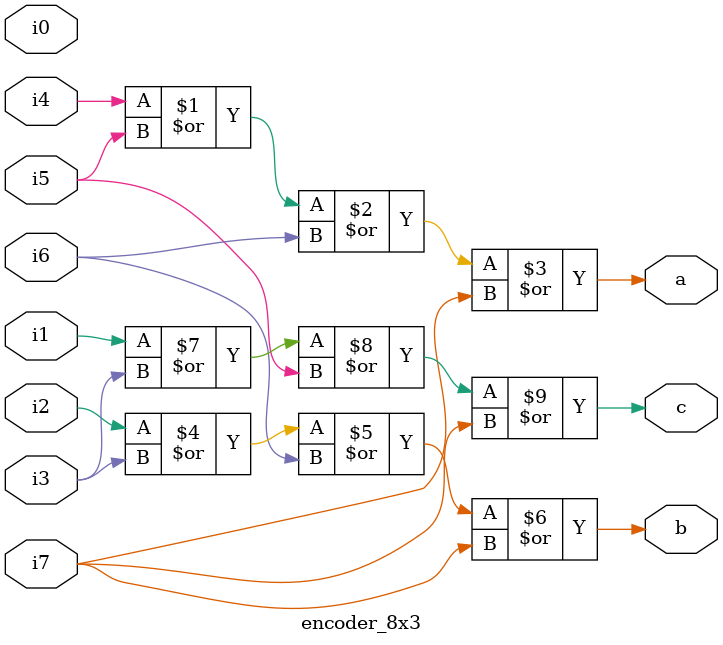
<source format=v>
`timescale 1ns / 1ps


module encoder_8x3(a,b,c,i0,i1,i2,i3,i4,i5,i6,i7);
input i0,i1,i2,i3,i4,i5,i6,i7;
output a,b,c;

or o1(a,i4,i5,i6,i7);
or o2(b,i2,i3,i6,i7);
or o3(c,i1,i3,i5,i7);
endmodule

</source>
